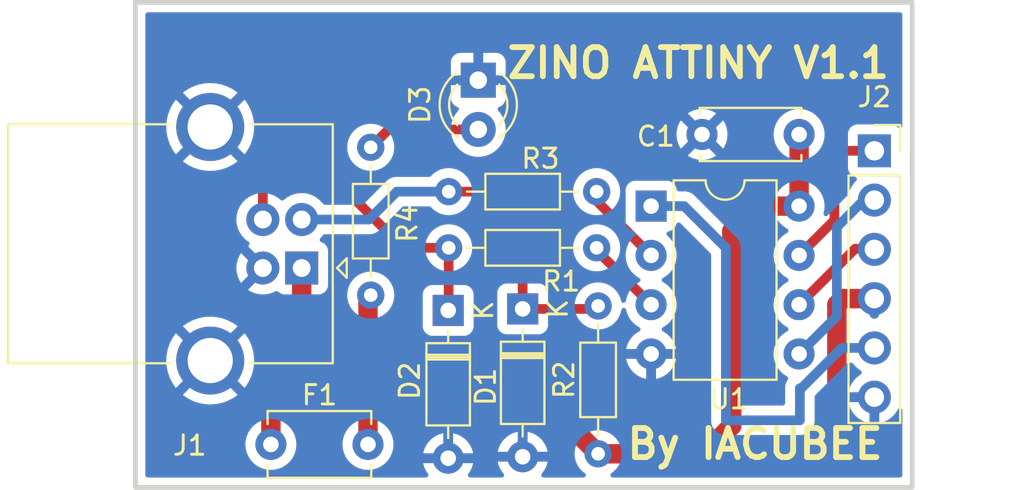
<source format=kicad_pcb>
(kicad_pcb (version 20211014) (generator pcbnew)
  (title_block (title "ZINO ATTINY ") (date "2022-08-27") (rev "1.1") (company "IACUBEE") (comment 1 "Designed by Pr Belkacem BENADDA") (comment 2 "Through Hole componnents") (comment 3 "Attiny85 Arduino compatible Board"))
  (layers (0 "F.Cu" signal) (31 "B.Cu" signal) (34 "B.Paste" user) (35 "F.Paste" user) (36 "B.SilkS" user "B.Silkscreen") (37 "F.SilkS" user "F.Silkscreen") (38 "B.Mask" user) (39 "F.Mask" user) (44 "Edge.Cuts" user))
  (net 0 "")
  (net 1 "GND")
  (net 2 "+5V")
  (net 3 "Net-(D1-Pad1)")
  (net 4 "Net-(D2-Pad1)")
  (net 5 "Net-(D3-Pad2)")
  (net 6 "Net-(F1-Pad2)")
  (net 7 "GPIO5")
  (net 8 "DP")
  (net 9 "DM")
  (net 10 "GPIO2")
  (net 11 "GPIO1")
  (net 12 "GPIO0")
  (footprint "Capacitor_THT:C_Disc_D5.0mm_W2.5mm_P5.00mm" (layer "F.Cu") (at 143.55 75.438)
    (fp_text reference "C1" (at -2.3768 0.1016) (layer "F.SilkS"))
    (fp_text value "100nf")
    (fp_line (start -0.12 1.37) (end 5.12 1.37) (layer "F.SilkS") (width 0.12))
    (fp_line (start -0.12 1.055) (end -0.12 1.37) (layer "F.SilkS") (width 0.12))
    (fp_line (start -0.12 -1.37) (end -0.12 -1.055) (layer "F.SilkS") (width 0.12))
    (fp_line (start 5.12 1.055) (end 5.12 1.37) (layer "F.SilkS") (width 0.12))
    (fp_line (start 5.12 -1.37) (end 5.12 -1.055) (layer "F.SilkS") (width 0.12))
    (fp_line (start -0.12 -1.37) (end 5.12 -1.37) (layer "F.SilkS") (width 0.12))
    (pad "1" thru_hole circle (at 0 0) (size 1.6 1.6) (drill 0.8) (layers *.Cu *.Mask) (net 1 "GND"))
    (pad "2" thru_hole circle (at 5 0) (size 1.6 1.6) (drill 0.8) (layers *.Cu *.Mask) (net 2 "+5V"))
  )
  (footprint "LED_THT:LED_D3.0mm" (layer "F.Cu") (at 132.0292 72.639 -90)
    (fp_text reference "D3" (at 1.27 2.9972 90) (layer "F.SilkS"))
    (fp_text value "LED")
    (fp_line (start -0.29 1.08) (end -0.29 1.236) (layer "F.SilkS") (width 0.12))
    (fp_line (start -0.29 -1.236) (end -0.29 -1.08) (layer "F.SilkS") (width 0.12))
    (fp_arc (start 2.942335 1.078608) (mid 1.366487 1.987659) (end -0.29 1.235516) (layer "F.SilkS") (width 0.12))
    (fp_arc (start 0.229039 -1.08) (mid 1.270117 -1.5) (end 2.31113 -1.079837) (layer "F.SilkS") (width 0.12))
    (fp_arc (start 2.31113 1.079837) (mid 1.270117 1.5) (end 0.229039 1.08) (layer "F.SilkS") (width 0.12))
    (fp_arc (start -0.29 -1.235516) (mid 1.366487 -1.987659) (end 2.942335 -1.078608) (layer "F.SilkS") (width 0.12))
    (pad "1" thru_hole rect (at 0 0 270) (size 1.8 1.8) (drill 0.9) (layers *.Cu *.Mask) (net 1 "GND"))
    (pad "2" thru_hole circle (at 2.54 0 270) (size 1.8 1.8) (drill 0.9) (layers *.Cu *.Mask) (net 5 "Net-(D3-Pad2)"))
  )
  (footprint "Capacitor_THT:C_Disc_D5.1mm_W3.2mm_P5.00mm" (layer "F.Cu") (at 126.3504 91.4146 180)
    (fp_text reference "F1" (at 2.5 2.54) (layer "F.SilkS"))
    (fp_text value "Polyfuse")
    (fp_line (start 5.17 -1.721) (end 5.17 -1.055) (layer "F.SilkS") (width 0.12))
    (fp_line (start -0.17 -1.721) (end 5.17 -1.721) (layer "F.SilkS") (width 0.12))
    (fp_line (start -0.17 1.721) (end 5.17 1.721) (layer "F.SilkS") (width 0.12))
    (fp_line (start -0.17 1.055) (end -0.17 1.721) (layer "F.SilkS") (width 0.12))
    (fp_line (start 5.17 1.055) (end 5.17 1.721) (layer "F.SilkS") (width 0.12))
    (fp_line (start -0.17 -1.721) (end -0.17 -1.055) (layer "F.SilkS") (width 0.12))
    (pad "1" thru_hole circle (at 0 0 180) (size 1.6 1.6) (drill 0.8) (layers *.Cu *.Mask) (net 2 "+5V"))
    (pad "2" thru_hole circle (at 5 0 180) (size 1.6 1.6) (drill 0.8) (layers *.Cu *.Mask) (net 6 "Net-(F1-Pad2)"))
  )
  (footprint "Connector_USB:USB_B_OST_USB-B1HSxx_Horizontal" (layer "F.Cu") (at 122.936 82.3214 180)
    (fp_text reference "J1" (at 5.7658 -9.144) (layer "F.SilkS"))
    (fp_text value "USB_B")
    (fp_line (start 6.76 -4.91) (end 15.12 -4.91) (layer "F.SilkS") (width 0.12))
    (fp_line (start 15.12 7.41) (end 6.76 7.41) (layer "F.SilkS") (width 0.12))
    (fp_line (start -1.6 7.41) (end 2.66 7.41) (layer "F.SilkS") (width 0.12))
    (fp_line (start 2.66 -4.91) (end -1.6 -4.91) (layer "F.SilkS") (width 0.12))
    (fp_line (start -1.82 0) (end -2.32 -0.5) (layer "F.SilkS") (width 0.12))
    (fp_line (start -2.32 -0.5) (end -2.32 0.5) (layer "F.SilkS") (width 0.12))
    (fp_line (start 15.12 -4.91) (end 15.12 7.41) (layer "F.SilkS") (width 0.12))
    (fp_line (start -2.32 0.5) (end -1.82 0) (layer "F.SilkS") (width 0.12))
    (fp_line (start -1.6 -4.91) (end -1.6 7.41) (layer "F.SilkS") (width 0.12))
    (pad "1" thru_hole rect (at 0 0 180) (size 1.7 1.7) (drill 0.92) (layers *.Cu *.Mask) (net 6 "Net-(F1-Pad2)"))
    (pad "2" thru_hole circle (at 0 2.5 180) (size 1.7 1.7) (drill 0.92) (layers *.Cu *.Mask) (net 3 "Net-(D1-Pad1)"))
    (pad "3" thru_hole circle (at 2 2.5 180) (size 1.7 1.7) (drill 0.92) (layers *.Cu *.Mask) (net 4 "Net-(D2-Pad1)"))
    (pad "4" thru_hole circle (at 2 0 180) (size 1.7 1.7) (drill 0.92) (layers *.Cu *.Mask) (net 1 "GND"))
    (pad "5" thru_hole circle (at 4.71 -4.77 180) (size 3.5 3.5) (drill 2.33) (layers *.Cu *.Mask) (net 1 "GND"))
    (pad "5" thru_hole circle (at 4.71 7.27 180) (size 3.5 3.5) (drill 2.33) (layers *.Cu *.Mask) (net 1 "GND"))
  )
  (footprint "Connector_PinSocket_2.54mm:PinSocket_1x06_P2.54mm_Vertical" (layer "F.Cu") (at 152.4254 76.28)
    (fp_text reference "J2" (at 0 -2.77) (layer "F.SilkS"))
    (fp_text value "Conn_01x06_Female")
    (fp_line (start -1.33 14.03) (end 1.33 14.03) (layer "F.SilkS") (width 0.12))
    (fp_line (start 1.33 1.27) (end 1.33 14.03) (layer "F.SilkS") (width 0.12))
    (fp_line (start 1.33 -1.33) (end 1.33 0) (layer "F.SilkS") (width 0.12))
    (fp_line (start -1.33 1.27) (end 1.33 1.27) (layer "F.SilkS") (width 0.12))
    (fp_line (start 0 -1.33) (end 1.33 -1.33) (layer "F.SilkS") (width 0.12))
    (fp_line (start -1.33 1.27) (end -1.33 14.03) (layer "F.SilkS") (width 0.12))
    (pad "1" thru_hole rect (at 0 0) (size 1.7 1.7) (drill 1) (layers *.Cu *.Mask) (net 10 "GPIO2"))
    (pad "2" thru_hole oval (at 0 2.54) (size 1.7 1.7) (drill 1) (layers *.Cu *.Mask) (net 12 "GPIO0"))
    (pad "3" thru_hole oval (at 0 5.08) (size 1.7 1.7) (drill 1) (layers *.Cu *.Mask) (net 11 "GPIO1"))
    (pad "4" thru_hole oval (at 0 7.62) (size 1.7 1.7) (drill 1) (layers *.Cu *.Mask) (net 2 "+5V"))
    (pad "5" thru_hole oval (at 0 10.16) (size 1.7 1.7) (drill 1) (layers *.Cu *.Mask) (net 7 "GPIO5"))
    (pad "6" thru_hole oval (at 0 12.7) (size 1.7 1.7) (drill 1) (layers *.Cu *.Mask) (net 1 "GND"))
  )
  (footprint "Resistor_THT:R_Axial_DIN0204_L3.6mm_D1.6mm_P7.62mm_Horizontal" (layer "F.Cu") (at 138.1252 81.28 180)
    (fp_text reference "R1" (at 1.8288 -1.7272) (layer "F.SilkS"))
    (fp_text value "68")
    (fp_line (start 5.73 0.92) (end 5.73 -0.92) (layer "F.SilkS") (width 0.12))
    (fp_line (start 1.89 0.92) (end 5.73 0.92) (layer "F.SilkS") (width 0.12))
    (fp_line (start 0.94 0) (end 1.89 0) (layer "F.SilkS") (width 0.12))
    (fp_line (start 6.68 0) (end 5.73 0) (layer "F.SilkS") (width 0.12))
    (fp_line (start 5.73 -0.92) (end 1.89 -0.92) (layer "F.SilkS") (width 0.12))
    (fp_line (start 1.89 -0.92) (end 1.89 0.92) (layer "F.SilkS") (width 0.12))
    (pad "1" thru_hole circle (at 0 0 180) (size 1.4 1.4) (drill 0.7) (layers *.Cu *.Mask) (net 8 "DP"))
    (pad "2" thru_hole oval (at 7.62 0 180) (size 1.4 1.4) (drill 0.7) (layers *.Cu *.Mask) (net 4 "Net-(D2-Pad1)"))
  )
  (footprint "Resistor_THT:R_Axial_DIN0204_L3.6mm_D1.6mm_P7.62mm_Horizontal" (layer "F.Cu") (at 138.2014 91.8972 90)
    (fp_text reference "R2" (at 3.81 -1.7526 90) (layer "F.SilkS"))
    (fp_text value "1,5K")
    (fp_line (start 5.73 0.92) (end 5.73 -0.92) (layer "F.SilkS") (width 0.12))
    (fp_line (start 5.73 -0.92) (end 1.89 -0.92) (layer "F.SilkS") (width 0.12))
    (fp_line (start 1.89 -0.92) (end 1.89 0.92) (layer "F.SilkS") (width 0.12))
    (fp_line (start 6.68 0) (end 5.73 0) (layer "F.SilkS") (width 0.12))
    (fp_line (start 1.89 0.92) (end 5.73 0.92) (layer "F.SilkS") (width 0.12))
    (fp_line (start 0.94 0) (end 1.89 0) (layer "F.SilkS") (width 0.12))
    (pad "1" thru_hole circle (at 0 0 90) (size 1.4 1.4) (drill 0.7) (layers *.Cu *.Mask) (net 2 "+5V"))
    (pad "2" thru_hole oval (at 7.62 0 90) (size 1.4 1.4) (drill 0.7) (layers *.Cu *.Mask) (net 3 "Net-(D1-Pad1)"))
  )
  (footprint "Resistor_THT:R_Axial_DIN0204_L3.6mm_D1.6mm_P7.62mm_Horizontal" (layer "F.Cu") (at 138.1252 78.3844 180)
    (fp_text reference "R3" (at 2.8956 1.7018) (layer "F.SilkS"))
    (fp_text value "68")
    (fp_line (start 6.68 0) (end 5.73 0) (layer "F.SilkS") (width 0.12))
    (fp_line (start 1.89 -0.92) (end 1.89 0.92) (layer "F.SilkS") (width 0.12))
    (fp_line (start 0.94 0) (end 1.89 0) (layer "F.SilkS") (width 0.12))
    (fp_line (start 5.73 -0.92) (end 1.89 -0.92) (layer "F.SilkS") (width 0.12))
    (fp_line (start 5.73 0.92) (end 5.73 -0.92) (layer "F.SilkS") (width 0.12))
    (fp_line (start 1.89 0.92) (end 5.73 0.92) (layer "F.SilkS") (width 0.12))
    (pad "1" thru_hole circle (at 0 0 180) (size 1.4 1.4) (drill 0.7) (layers *.Cu *.Mask) (net 9 "DM"))
    (pad "2" thru_hole oval (at 7.62 0 180) (size 1.4 1.4) (drill 0.7) (layers *.Cu *.Mask) (net 3 "Net-(D1-Pad1)"))
  )
  (footprint "Resistor_THT:R_Axial_DIN0204_L3.6mm_D1.6mm_P7.62mm_Horizontal" (layer "F.Cu") (at 126.492 83.7184 90)
    (fp_text reference "R4" (at 3.683 1.8796 90) (layer "F.SilkS"))
    (fp_text value "500")
    (fp_line (start 5.73 0.92) (end 5.73 -0.92) (layer "F.SilkS") (width 0.12))
    (fp_line (start 1.89 0.92) (end 5.73 0.92) (layer "F.SilkS") (width 0.12))
    (fp_line (start 6.68 0) (end 5.73 0) (layer "F.SilkS") (width 0.12))
    (fp_line (start 1.89 -0.92) (end 1.89 0.92) (layer "F.SilkS") (width 0.12))
    (fp_line (start 5.73 -0.92) (end 1.89 -0.92) (layer "F.SilkS") (width 0.12))
    (fp_line (start 0.94 0) (end 1.89 0) (layer "F.SilkS") (width 0.12))
    (pad "1" thru_hole circle (at 0 0 90) (size 1.4 1.4) (drill 0.7) (layers *.Cu *.Mask) (net 2 "+5V"))
    (pad "2" thru_hole oval (at 7.62 0 90) (size 1.4 1.4) (drill 0.7) (layers *.Cu *.Mask) (net 5 "Net-(D3-Pad2)"))
  )
  (footprint "Package_DIP:DIP-8_W7.62mm" (layer "F.Cu") (at 140.9292 79.131)
    (fp_text reference "U1" (at 4.0032 9.9468) (layer "F.SilkS"))
    (fp_text value "ATtiny85-20P")
    (fp_line (start 2.81 -1.33) (end 1.16 -1.33) (layer "F.SilkS") (width 0.12))
    (fp_line (start 1.16 -1.33) (end 1.16 8.95) (layer "F.SilkS") (width 0.12))
    (fp_line (start 6.46 -1.33) (end 4.81 -1.33) (layer "F.SilkS") (width 0.12))
    (fp_line (start 1.16 8.95) (end 6.46 8.95) (layer "F.SilkS") (width 0.12))
    (fp_line (start 6.46 8.95) (end 6.46 -1.33) (layer "F.SilkS") (width 0.12))
    (fp_arc (start 4.81 -1.33) (mid 3.81 -0.33) (end 2.81 -1.33) (layer "F.SilkS") (width 0.12))
    (pad "1" thru_hole rect (at 0 0) (size 1.6 1.6) (drill 0.8) (layers *.Cu *.Mask) (net 7 "GPIO5"))
    (pad "2" thru_hole oval (at 0 2.54) (size 1.6 1.6) (drill 0.8) (layers *.Cu *.Mask) (net 9 "DM"))
    (pad "3" thru_hole oval (at 0 5.08) (size 1.6 1.6) (drill 0.8) (layers *.Cu *.Mask) (net 8 "DP"))
    (pad "4" thru_hole oval (at 0 7.62) (size 1.6 1.6) (drill 0.8) (layers *.Cu *.Mask) (net 1 "GND"))
    (pad "5" thru_hole oval (at 7.62 7.62) (size 1.6 1.6) (drill 0.8) (layers *.Cu *.Mask) (net 12 "GPIO0"))
    (pad "6" thru_hole oval (at 7.62 5.08) (size 1.6 1.6) (drill 0.8) (layers *.Cu *.Mask) (net 11 "GPIO1"))
    (pad "7" thru_hole oval (at 7.62 2.54) (size 1.6 1.6) (drill 0.8) (layers *.Cu *.Mask) (net 10 "GPIO2"))
    (pad "8" thru_hole oval (at 7.62 0) (size 1.6 1.6) (drill 0.8) (layers *.Cu *.Mask) (net 2 "+5V"))
  )
  (footprint "Diode_THT:D_DO-35_SOD27_P7.62mm_Horizontal" (layer "F.Cu") (at 134.3152 84.4296 -90)
    (fp_text reference "D1" (at 4.0132 1.905 90) (layer "F.SilkS"))
    (fp_text value "1N4729A")
    (fp_text user "K" (at 0 -1.8 90) (layer "F.SilkS"))
    (fp_line (start 1.69 -1.12) (end 1.69 1.12) (layer "F.SilkS") (width 0.12))
    (fp_line (start 2.41 -1.12) (end 2.41 1.12) (layer "F.SilkS") (width 0.12))
    (fp_line (start 2.29 -1.12) (end 2.29 1.12) (layer "F.SilkS") (width 0.12))
    (fp_line (start 2.53 -1.12) (end 2.53 1.12) (layer "F.SilkS") (width 0.12))
    (fp_line (start 1.69 1.12) (end 5.93 1.12) (layer "F.SilkS") (width 0.12))
    (fp_line (start 6.58 0) (end 5.93 0) (layer "F.SilkS") (width 0.12))
    (fp_line (start 5.93 1.12) (end 5.93 -1.12) (layer "F.SilkS") (width 0.12))
    (fp_line (start 1.04 0) (end 1.69 0) (layer "F.SilkS") (width 0.12))
    (fp_line (start 5.93 -1.12) (end 1.69 -1.12) (layer "F.SilkS") (width 0.12))
    (pad "1" thru_hole rect (at 0 0 270) (size 1.6 1.6) (drill 0.8) (layers *.Cu *.Mask) (net 3 "Net-(D1-Pad1)"))
    (pad "2" thru_hole oval (at 7.62 0 270) (size 1.6 1.6) (drill 0.8) (layers *.Cu *.Mask) (net 1 "GND"))
  )
  (footprint "Diode_THT:D_DO-35_SOD27_P7.62mm_Horizontal" (layer "F.Cu") (at 130.4798 84.5058 -90)
    (fp_text reference "D2" (at 3.6322 1.9812 90) (layer "F.SilkS"))
    (fp_text value "1N4729A")
    (fp_text user "K" (at 0 -1.8 90) (layer "F.SilkS"))
    (fp_line (start 2.41 -1.12) (end 2.41 1.12) (layer "F.SilkS") (width 0.12))
    (fp_line (start 1.04 0) (end 1.69 0) (layer "F.SilkS") (width 0.12))
    (fp_line (start 6.58 0) (end 5.93 0) (layer "F.SilkS") (width 0.12))
    (fp_line (start 1.69 -1.12) (end 1.69 1.12) (layer "F.SilkS") (width 0.12))
    (fp_line (start 2.53 -1.12) (end 2.53 1.12) (layer "F.SilkS") (width 0.12))
    (fp_line (start 1.69 1.12) (end 5.93 1.12) (layer "F.SilkS") (width 0.12))
    (fp_line (start 5.93 1.12) (end 5.93 -1.12) (layer "F.SilkS") (width 0.12))
    (fp_line (start 2.29 -1.12) (end 2.29 1.12) (layer "F.SilkS") (width 0.12))
    (fp_line (start 5.93 -1.12) (end 1.69 -1.12) (layer "F.SilkS") (width 0.12))
    (pad "1" thru_hole rect (at 0 0 270) (size 1.6 1.6) (drill 0.8) (layers *.Cu *.Mask) (net 4 "Net-(D2-Pad1)"))
    (pad "2" thru_hole oval (at 7.62 0 270) (size 1.6 1.6) (drill 0.8) (layers *.Cu *.Mask) (net 1 "GND"))
  )
  (gr_rect (start 114.3762 68.6308) (end 154.3762 93.6308) (layer "Edge.Cuts") (width 0.25) (fill none))
  (gr_text "By IACUBEE" (at 146.2786 91.3892) (layer "F.SilkS") (effects (font (size 1.5 1.5) (thickness 0.3))))
  (gr_text "ZINO ATTINY V1.1" (at 143.3576 71.755) (layer "F.SilkS") (effects (font (size 1.5 1.5) (thickness 0.3))))
  (segment (start 126.3504 83.86) (end 126.492 83.7184) (width 1) (layer "F.Cu") (net 2))
  (segment (start 146.3702 79.131) (end 148.5492 79.131) (width 1) (layer "F.Cu") (net 2))
  (segment (start 148.55 75.438) (end 148.55 79.1302) (width 1) (layer "F.Cu") (net 2))
  (segment (start 143.637 91.8972) (end 149.7838 91.8972) (width 1) (layer "F.Cu") (net 2))
  (segment (start 150.495 84.2104) (end 150.8054 83.9) (width 1) (layer "F.Cu") (net 2))
  (segment (start 134.6092 88.305) (end 126.3504 88.305) (width 1) (layer "F.Cu") (net 2))
  (segment (start 148.55 79.1302) (end 148.5492 79.131) (width 1) (layer "F.Cu") (net 2))
  (segment (start 126.3504 88.305) (end 126.3504 83.86) (width 1) (layer "F.Cu") (net 2))
  (segment (start 145.0848 80.4164) (end 146.3702 79.131) (width 1) (layer "F.Cu") (net 2))
  (segment (start 149.7838 91.8972) (end 150.495 91.186) (width 1) (layer "F.Cu") (net 2))
  (segment (start 138.2014 91.8972) (end 134.6092 88.305) (width 1) (layer "F.Cu") (net 2))
  (segment (start 150.8054 83.9) (end 152.4254 83.9) (width 1) (layer "F.Cu") (net 2))
  (segment (start 126.3504 91.4146) (end 126.3504 88.305) (width 1) (layer "F.Cu") (net 2))
  (segment (start 143.637 91.8972) (end 145.0848 90.4494) (width 1) (layer "F.Cu") (net 2))
  (segment (start 145.0848 90.4494) (end 145.0848 80.4164) (width 1) (layer "F.Cu") (net 2))
  (segment (start 150.495 91.186) (end 150.495 84.2104) (width 1) (layer "F.Cu") (net 2))
  (segment (start 138.2014 91.8972) (end 143.637 91.8972) (width 1) (layer "F.Cu") (net 2))
  (segment (start 152.4254 84.6897) (end 152.4254 84.28) (width 0.5) (layer "B.Cu") (net 2))
  (segment (start 130.5052 78.3844) (end 132.7404 78.3844) (width 0.5) (layer "F.Cu") (net 3))
  (segment (start 132.7404 78.3844) (end 134.3152 79.9592) (width 0.5) (layer "F.Cu") (net 3))
  (segment (start 134.3152 79.9592) (end 134.3152 84.4296) (width 0.5) (layer "F.Cu") (net 3))
  (segment (start 138.049 84.4296) (end 138.2014 84.2772) (width 0.5) (layer "F.Cu") (net 3))
  (segment (start 134.3152 84.4296) (end 138.049 84.4296) (width 0.5) (layer "F.Cu") (net 3))
  (segment (start 126.4012 79.8214) (end 127.8382 78.3844) (width 0.5) (layer "B.Cu") (net 3))
  (segment (start 127.8382 78.3844) (end 130.5052 78.3844) (width 0.5) (layer "B.Cu") (net 3))
  (segment (start 122.936 79.8214) (end 126.4012 79.8214) (width 0.5) (layer "B.Cu") (net 3))
  (segment (start 130.5052 81.28) (end 130.5052 84.4804) (width 0.5) (layer "F.Cu") (net 4))
  (segment (start 120.936 79.8214) (end 120.936 78.1746) (width 0.5) (layer "F.Cu") (net 4))
  (segment (start 120.9802 78.1304) (end 125.0188 78.1304) (width 0.5) (layer "F.Cu") (net 4))
  (segment (start 128.1684 81.28) (end 130.5052 81.28) (width 0.5) (layer "F.Cu") (net 4))
  (segment (start 125.0188 78.1304) (end 128.1684 81.28) (width 0.5) (layer "F.Cu") (net 4))
  (segment (start 130.5052 84.4804) (end 130.4798 84.5058) (width 0.5) (layer "F.Cu") (net 4))
  (segment (start 120.936 78.1746) (end 120.9802 78.1304) (width 0.5) (layer "F.Cu") (net 4))
  (segment (start 127.4114 75.179) (end 132.0292 75.179) (width 0.5) (layer "F.Cu") (net 5))
  (segment (start 126.492 76.0984) (end 127.4114 75.179) (width 0.5) (layer "F.Cu") (net 5))
  (segment (start 122.936 85.1662) (end 121.3358 86.7664) (width 1) (layer "F.Cu") (net 6))
  (segment (start 122.936 82.3214) (end 122.936 85.1662) (width 1) (layer "F.Cu") (net 6))
  (segment (start 121.3358 86.7664) (end 121.3504 86.781) (width 1) (layer "F.Cu") (net 6))
  (segment (start 121.3504 86.781) (end 121.3504 91.4146) (width 1) (layer "F.Cu") (net 6))
  (segment (start 148.59 90.17) (end 148.59 88.5251) (width 0.5) (layer "B.Cu") (net 7))
  (segment (start 144.78 81.28) (end 144.78 90.17) (width 0.5) (layer "B.Cu") (net 7))
  (segment (start 144.78 90.17) (end 148.59 90.17) (width 0.5) (layer "B.Cu") (net 7))
  (segment (start 140.9292 79.131) (end 142.631 79.131) (width 0.5) (layer "B.Cu") (net 7))
  (segment (start 142.631 79.131) (end 144.78 81.28) (width 0.5) (layer "B.Cu") (net 7))
  (segment (start 148.6601 88.5251) (end 150.7452 86.44) (width 0.5) (layer "B.Cu") (net 7))
  (segment (start 150.7452 86.44) (end 152.4254 86.44) (width 0.5) (layer "B.Cu") (net 7))
  (segment (start 148.59 88.5251) (end 148.6601 88.5251) (width 0.5) (layer "B.Cu") (net 7))
  (segment (start 138.1252 81.407) (end 140.9292 84.211) (width 0.5) (layer "F.Cu") (net 8))
  (segment (start 138.1252 81.28) (end 138.1252 81.407) (width 0.5) (layer "F.Cu") (net 8))
  (segment (start 138.1252 78.867) (end 140.9292 81.671) (width 0.5) (layer "F.Cu") (net 9))
  (segment (start 138.1252 78.3844) (end 138.1252 78.867) (width 0.5) (layer "F.Cu") (net 9))
  (segment (start 150.3718 76.28) (end 152.4254 76.28) (width 0.5) (layer "F.Cu") (net 10))
  (segment (start 150.368 76.2762) (end 150.3718 76.28) (width 0.5) (layer "F.Cu") (net 10))
  (segment (start 150.368 79.8522) (end 150.368 76.2762) (width 0.5) (layer "F.Cu") (net 10))
  (segment (start 148.5492 81.671) (end 150.368 79.8522) (width 0.5) (layer "F.Cu") (net 10))
  (segment (start 151.384 81.3816) (end 151.43512 81.33048) (width 0.5) (layer "F.Cu") (net 11))
  (segment (start 148.5492 84.211) (end 151.3786 81.3816) (width 0.5) (layer "F.Cu") (net 11))
  (segment (start 151.43512 81.33048) (end 152.4254 81.33048) (width 0.5) (layer "F.Cu") (net 11))
  (segment (start 151.3786 81.3816) (end 151.384 81.3816) (width 0.5) (layer "F.Cu") (net 11))
  (segment (start 148.5492 86.751) (end 150.495 84.8052) (width 0.5) (layer "B.Cu") (net 12))
  (segment (start 150.495 80.2104) (end 152.4254 78.28) (width 0.5) (layer "B.Cu") (net 12))
  (segment (start 150.495 84.8052) (end 150.495 80.2104) (width 0.5) (layer "B.Cu") (net 12))
  (zone (net 1) (net_name "GND") (layer "B.Cu") (connect_pads (clearance 0.508)) (min_thickness 0.254) (fill yes (thermal_gap 0.508) (thermal_bridge_width 0.508))
    (polygon (pts (xy 154.4066 68.6308) (xy 154.3812 93.5736) (xy 114.3254 93.5736) (xy 114.4016 68.6054)))
  )
)
</source>
